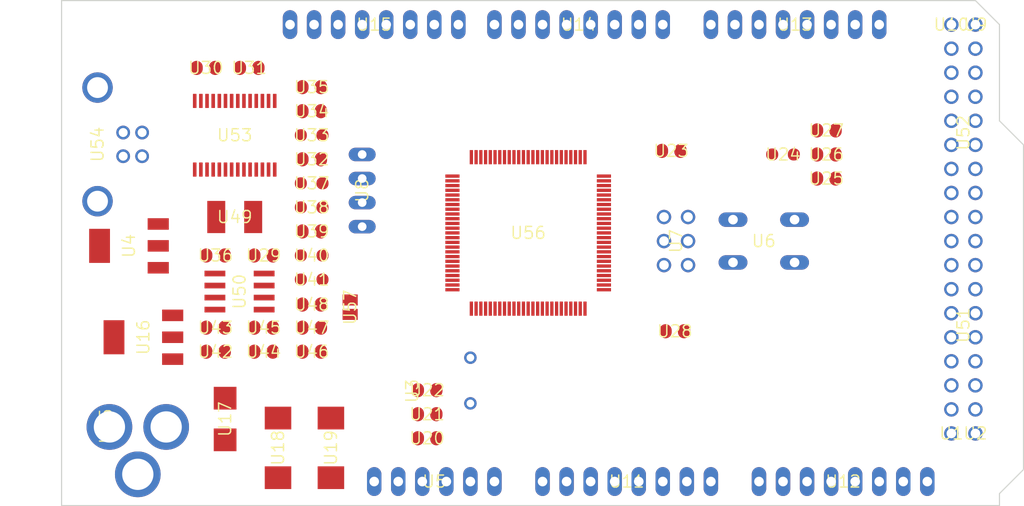
<source format=kicad_pcb>
(kicad_pcb (version 20221018) (generator pcbnew)
  (layers (0 "F.Cu" signal "Top") (31 "B.Cu" signal "Bottom") (34 "B.Paste" user) (35 "F.Paste" user) (36 "B.SilkS" user "B.Silkscreen") (37 "F.SilkS" user "F.Silkscreen") (38 "B.Mask" user) (39 "F.Mask" user) (44 "Edge.Cuts" user))
  (net 0 "")
  (net 1 "+5V")
  (net 2 "GND")
  (net 3 "N$6")
  (net 4 "N$7")
  (net 5 "AREF")
  (net 6 "RESET")
  (net 7 "VIN")
  (net 8 "N$3")
  (net 9 "PWRIN")
  (net 10 "M8RXD")
  (net 11 "M8TXD")
  (net 12 "ADC0")
  (net 13 "ADC2")
  (net 14 "ADC1")
  (net 15 "ADC3")
  (net 16 "ADC4")
  (net 17 "ADC5")
  (net 18 "ADC6")
  (net 19 "ADC7")
  (net 20 "+3V3")
  (net 21 "SDA")
  (net 22 "SCL")
  (net 23 "ADC9")
  (net 24 "ADC8")
  (net 25 "ADC10")
  (net 26 "ADC11")
  (net 27 "ADC12")
  (net 28 "ADC13")
  (net 29 "ADC14")
  (net 30 "ADC15")
  (net 31 "PB3")
  (net 32 "PB2")
  (net 33 "PB1")
  (net 34 "PB5")
  (net 35 "PB4")
  (net 36 "PE5")
  (net 37 "PE4")
  (net 38 "PE3")
  (net 39 "PE1")
  (net 40 "PE0")
  (net 41 "N$15")
  (net 42 "N$53")
  (net 43 "N$54")
  (net 44 "N$55")
  (net 45 "D-")
  (net 46 "D+")
  (net 47 "N$60")
  (net 48 "DTR")
  (net 49 "USBVCC")
  (net 50 "N$2")
  (net 51 "N$4")
  (net 52 "GATE_CMD")
  (net 53 "CMP")
  (net 54 "PB6")
  (net 55 "PH3")
  (net 56 "PH4")
  (net 57 "PH5")
  (net 58 "PH6")
  (net 59 "PG5")
  (net 60 "RXD1")
  (net 61 "TXD1")
  (net 62 "RXD2")
  (net 63 "RXD3")
  (net 64 "TXD2")
  (net 65 "TXD3")
  (net 66 "PC0")
  (net 67 "PC1")
  (net 68 "PC2")
  (net 69 "PC3")
  (net 70 "PC4")
  (net 71 "PC5")
  (net 72 "PC6")
  (net 73 "PC7")
  (net 74 "PB0")
  (net 75 "PG0")
  (net 76 "PG1")
  (net 77 "PG2")
  (net 78 "PD7")
  (net 79 "PA0")
  (net 80 "PA1")
  (net 81 "PA2")
  (net 82 "PA3")
  (net 83 "PA4")
  (net 84 "PA5")
  (net 85 "PA6")
  (net 86 "PA7")
  (net 87 "PL0")
  (net 88 "PL1")
  (net 89 "PL2")
  (net 90 "PL3")
  (net 91 "PL4")
  (net 92 "PL5")
  (net 93 "PL6")
  (net 94 "PL7")
  (net 95 "PB7")
  (net 96 "CTS")
  (net 97 "DSR")
  (net 98 "DCD")
  (net 99 "RI")
  (footprint "Arduino_MEGA_Reference_Design:2X03" (layer "F.Cu") (at 162.5981 103.7336 -90)
    (fp_text reference "U7")
    (fp_text value "")
  )
  (footprint "Arduino_MEGA_Reference_Design:1X08" (layer "F.Cu") (at 152.3111 80.8736 180)
    (fp_text reference "U14")
    (fp_text value "")
  )
  (footprint "Arduino_MEGA_Reference_Design:1X08" (layer "F.Cu") (at 130.7211 80.8736 180)
    (fp_text reference "U15")
    (fp_text value "")
  )
  (footprint "Arduino_MEGA_Reference_Design:SMC_D" (layer "F.Cu") (at 120.5611 125.5776 -90)
    (fp_text reference "U18")
    (fp_text value "")
  )
  (footprint "Arduino_MEGA_Reference_Design:SMC_D" (layer "F.Cu") (at 126.1491 125.5776 -90)
    (fp_text reference "U19")
    (fp_text value "")
  )
  (footprint "Arduino_MEGA_Reference_Design:B3F-10XX" (layer "F.Cu") (at 171.8691 103.7336 180)
    (fp_text reference "U6")
    (fp_text value "")
  )
  (footprint "Arduino_MEGA_Reference_Design:0805RND" (layer "F.Cu") (at 173.9011 94.5896 180)
    (fp_text reference "U24")
    (fp_text value "")
  )
  (footprint "Arduino_MEGA_Reference_Design:SMB" (layer "F.Cu") (at 114.9731 122.5296 -90)
    (fp_text reference "U17")
    (fp_text value "")
  )
  (footprint "Arduino_MEGA_Reference_Design:DC-21MM" (layer "F.Cu") (at 103.0351 123.2916 90)
    (fp_text reference "U55")
    (fp_text value "")
  )
  (footprint "Arduino_MEGA_Reference_Design:HC49_S" (layer "F.Cu") (at 140.8811 118.4656 90)
    (fp_text reference "U3")
    (fp_text value "")
  )
  (footprint "Arduino_MEGA_Reference_Design:SOT223" (layer "F.Cu") (at 106.3371 113.8936 90)
    (fp_text reference "U16")
    (fp_text value "")
  )
  (footprint "Arduino_MEGA_Reference_Design:1X06" (layer "F.Cu") (at 137.0711 129.1336)
    (fp_text reference "U5")
    (fp_text value "")
  )
  (footprint "Arduino_MEGA_Reference_Design:C0805RND" (layer "F.Cu") (at 124.1171 87.4776)
    (fp_text reference "U35")
    (fp_text value "")
  )
  (footprint "Arduino_MEGA_Reference_Design:C0805RND" (layer "F.Cu") (at 162.4711 113.2586)
    (fp_text reference "U28")
    (fp_text value "")
  )
  (footprint "Arduino_MEGA_Reference_Design:C0805RND" (layer "F.Cu") (at 136.3091 122.0216)
    (fp_text reference "U21")
    (fp_text value "")
  )
  (footprint "Arduino_MEGA_Reference_Design:C0805RND" (layer "F.Cu") (at 136.3091 119.4816)
    (fp_text reference "U22")
    (fp_text value "")
  )
  (footprint "Arduino_MEGA_Reference_Design:C0805RND" (layer "F.Cu") (at 113.9571 112.8776)
    (fp_text reference "U43")
    (fp_text value "")
  )
  (footprint "Arduino_MEGA_Reference_Design:RCL_0805RND" (layer "F.Cu") (at 124.1171 105.2576)
    (fp_text reference "U40")
    (fp_text value "")
  )
  (footprint "Arduino_MEGA_Reference_Design:RCL_0805RND" (layer "F.Cu") (at 124.1171 107.7976)
    (fp_text reference "U41")
    (fp_text value "")
  )
  (footprint "Arduino_MEGA_Reference_Design:1X08" (layer "F.Cu") (at 157.3911 129.1336)
    (fp_text reference "U11")
    (fp_text value "")
  )
  (footprint "Arduino_MEGA_Reference_Design:1X08" (layer "F.Cu") (at 175.1711 80.8736 180)
    (fp_text reference "U13")
    (fp_text value "")
  )
  (footprint "Arduino_MEGA_Reference_Design:R0805RND" (layer "F.Cu") (at 178.4731 94.5896 180)
    (fp_text reference "U26")
    (fp_text value "")
  )
  (footprint "Arduino_MEGA_Reference_Design:R0805RND" (layer "F.Cu") (at 178.4731 92.0496 180)
    (fp_text reference "U27")
    (fp_text value "")
  )
  (footprint "Arduino_MEGA_Reference_Design:TQFP100" (layer "F.Cu") (at 146.98402404785156 102.8735122680664 0)
    (fp_text reference "U56")
    (fp_text value "")
  )
  (footprint "Arduino_MEGA_Reference_Design:C0805RND" (layer "F.Cu") (at 162.0901 94.2086 180)
    (fp_text reference "U23")
    (fp_text value "")
  )
  (footprint "Arduino_MEGA_Reference_Design:C0805RND" (layer "F.Cu") (at 136.3091 124.5616)
    (fp_text reference "U20")
    (fp_text value "")
  )
  (footprint "Arduino_MEGA_Reference_Design:1X08" (layer "F.Cu") (at 180.2511 129.1336)
    (fp_text reference "U12")
    (fp_text value "")
  )
  (footprint "Arduino_MEGA_Reference_Design:R0805RND" (layer "F.Cu") (at 124.1171 112.8776)
    (fp_text reference "U47")
    (fp_text value "")
  )
  (footprint "Arduino_MEGA_Reference_Design:C0805RND" (layer "F.Cu") (at 124.1171 115.4176)
    (fp_text reference "U46")
    (fp_text value "")
  )
  (footprint "Arduino_MEGA_Reference_Design:C0805RND" (layer "F.Cu") (at 113.9571 105.2576)
    (fp_text reference "U36")
    (fp_text value "")
  )
  (footprint "Arduino_MEGA_Reference_Design:C0805RND" (layer "F.Cu") (at 112.9411 85.4456)
    (fp_text reference "U30")
    (fp_text value "")
  )
  (footprint "Arduino_MEGA_Reference_Design:0805RND" (layer "F.Cu") (at 124.1171 100.1776 180)
    (fp_text reference "U38")
    (fp_text value "")
  )
  (footprint "Arduino_MEGA_Reference_Design:0805RND" (layer "F.Cu") (at 124.1171 97.6376 180)
    (fp_text reference "U37")
    (fp_text value "")
  )
  (footprint "Arduino_MEGA_Reference_Design:R0805RND" (layer "F.Cu") (at 124.1171 95.0976)
    (fp_text reference "U32")
    (fp_text value "")
  )
  (footprint "Arduino_MEGA_Reference_Design:R0805RND" (layer "F.Cu") (at 124.1171 102.7176)
    (fp_text reference "U39")
    (fp_text value "")
  )
  (footprint "Arduino_MEGA_Reference_Design:SSOP28" (layer "F.Cu") (at 115.9891 92.5576)
    (fp_text reference "U53")
    (fp_text value "")
  )
  (footprint "Arduino_MEGA_Reference_Design:PN61729" (layer "F.Cu") (at 98.9584 93.5228 -90)
    (fp_text reference "U54")
    (fp_text value "")
  )
  (footprint "Arduino_MEGA_Reference_Design:L1812" (layer "F.Cu") (at 115.9891 101.1936)
    (fp_text reference "U49")
    (fp_text value "")
  )
  (footprint "Arduino_MEGA_Reference_Design:C0805RND" (layer "F.Cu") (at 117.5131 85.4456)
    (fp_text reference "U31")
    (fp_text value "")
  )
  (footprint "Arduino_MEGA_Reference_Design:0805RND" (layer "F.Cu") (at 124.1171 92.5576 180)
    (fp_text reference "U33")
    (fp_text value "")
  )
  (footprint "Arduino_MEGA_Reference_Design:R0805RND" (layer "F.Cu") (at 124.1171 90.0176 180)
    (fp_text reference "U34")
    (fp_text value "")
  )
  (footprint "Arduino_MEGA_Reference_Design:C0805RND" (layer "F.Cu") (at 124.1171 110.4392 180)
    (fp_text reference "U48")
    (fp_text value "")
  )
  (footprint "Arduino_MEGA_Reference_Design:SOT223" (layer "F.Cu") (at 104.8131 104.2416 90)
    (fp_text reference "U4")
    (fp_text value "")
  )
  (footprint "Arduino_MEGA_Reference_Design:SO08" (layer "F.Cu") (at 116.4971 109.0676 -90)
    (fp_text reference "U50")
    (fp_text value "")
  )
  (footprint "Arduino_MEGA_Reference_Design:R0805RND" (layer "F.Cu") (at 113.9571 115.4176 180)
    (fp_text reference "U42")
    (fp_text value "")
  )
  (footprint "Arduino_MEGA_Reference_Design:R0805RND" (layer "F.Cu") (at 119.0371 112.8776 180)
    (fp_text reference "U45")
    (fp_text value "")
  )
  (footprint "Arduino_MEGA_Reference_Design:C0805RND" (layer "F.Cu") (at 119.0371 115.4176 180)
    (fp_text reference "U44")
    (fp_text value "")
  )
  (footprint "Arduino_MEGA_Reference_Design:C0805RND" (layer "F.Cu") (at 119.0371 105.2576)
    (fp_text reference "U29")
    (fp_text value "")
  )
  (footprint "Arduino_MEGA_Reference_Design:2X08" (layer "F.Cu") (at 192.9511 92.3036 90)
    (fp_text reference "U52")
    (fp_text value "")
  )
  (footprint "Arduino_MEGA_Reference_Design:2X08" (layer "F.Cu") (at 192.9511 112.6236 90)
    (fp_text reference "U51")
    (fp_text value "")
  )
  (footprint "Arduino_MEGA_Reference_Design:R0805RND" (layer "F.Cu") (at 178.4731 97.1296 180)
    (fp_text reference "U25")
    (fp_text value "")
  )
  (footprint "Arduino_MEGA_Reference_Design:1X01" (layer "F.Cu") (at 191.6811 80.8736)
    (fp_text reference "U10")
    (fp_text value "")
  )
  (footprint "Arduino_MEGA_Reference_Design:1X01" (layer "F.Cu") (at 194.2211 80.8736)
    (fp_text reference "U9")
    (fp_text value "")
  )
  (footprint "Arduino_MEGA_Reference_Design:1X01" (layer "F.Cu") (at 191.6811 124.0536)
    (fp_text reference "U1")
    (fp_text value "")
  )
  (footprint "Arduino_MEGA_Reference_Design:1X01" (layer "F.Cu") (at 194.2211 124.0536)
    (fp_text reference "U2")
    (fp_text value "")
  )
  (footprint "Arduino_MEGA_Reference_Design:SJ" (layer "F.Cu") (at 128.1811 110.7186 -90)
    (fp_text reference "U57")
    (fp_text value "")
  )
  (footprint "Arduino_MEGA_Reference_Design:JP4" (layer "F.Cu") (at 129.4511 98.3996 -90)
    (fp_text reference "U8")
    (fp_text value "")
  )
  (gr_line (start 196.7611 80.8736) (end 196.7611 91.0336) (layer "Edge.Cuts") (width 0.12))
  (gr_line (start 196.7611 130.4036) (end 196.7611 131.6736) (layer "Edge.Cuts") (width 0.12))
  (gr_line (start 194.2211 78.3336) (end 196.7611 80.8736) (layer "Edge.Cuts") (width 0.12))
  (gr_line (start 97.7011 78.3336) (end 194.2211 78.3336) (layer "Edge.Cuts") (width 0.12))
  (gr_line (start 196.7611 91.0336) (end 199.3011 93.5736) (layer "Edge.Cuts") (width 0.12))
  (gr_line (start 97.7011 131.6736) (end 97.7011 78.3336) (layer "Edge.Cuts") (width 0.12))
  (gr_line (start 196.7611 131.6736) (end 97.7011 131.6736) (layer "Edge.Cuts") (width 0.12))
  (gr_line (start 199.3011 93.5736) (end 199.3011 127.8636) (layer "Edge.Cuts") (width 0.12))
  (gr_line (start 199.3011 127.8636) (end 196.7611 130.4036) (layer "Edge.Cuts") (width 0.12))
)
</source>
